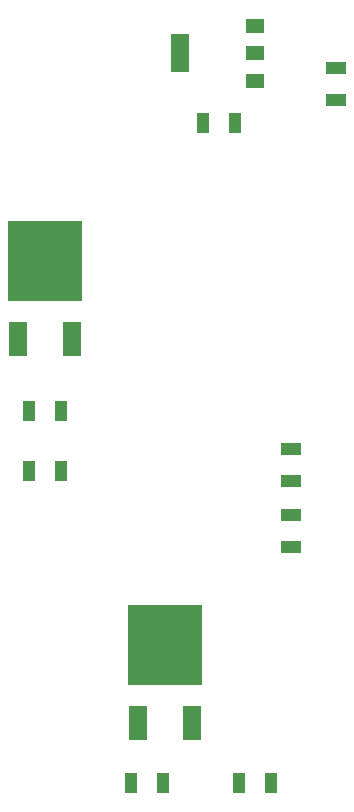
<source format=gtp>
%FSLAX25Y25*%
%MOIN*%
G70*
G01*
G75*
G04 Layer_Color=8421504*
%ADD10R,0.04331X0.06693*%
%ADD11R,0.06693X0.04331*%
%ADD12R,0.06299X0.12992*%
%ADD13R,0.06299X0.04724*%
%ADD14R,0.24606X0.26772*%
%ADD15R,0.05906X0.11811*%
%ADD16C,0.01000*%
%ADD17C,0.01969*%
%ADD18C,0.05906*%
%ADD19R,0.05906X0.05906*%
%ADD20C,0.19685*%
%ADD21C,0.07100*%
%ADD22C,0.07874*%
%ADD23R,0.07874X0.07874*%
%ADD24R,0.07874X0.07874*%
%ADD25R,0.05906X0.05906*%
%ADD26C,0.05512*%
%ADD27C,0.05000*%
%ADD28C,0.01181*%
%ADD29C,0.02000*%
%ADD30C,0.00787*%
%ADD31C,0.00600*%
%ADD32R,0.11024X0.03150*%
%ADD33R,0.03150X0.11024*%
%ADD34R,0.07480X0.03150*%
%ADD35R,0.03150X0.07480*%
D10*
X88685Y14000D02*
D03*
X99315D02*
D03*
X87315Y234000D02*
D03*
X76685D02*
D03*
X18685Y138000D02*
D03*
X29315D02*
D03*
Y118000D02*
D03*
X18685D02*
D03*
X52685Y14000D02*
D03*
X63315D02*
D03*
D11*
X120748Y241669D02*
D03*
Y252299D02*
D03*
X106000Y92685D02*
D03*
Y103315D02*
D03*
Y125315D02*
D03*
Y114685D02*
D03*
D12*
X68803Y257055D02*
D03*
D13*
X94000Y266110D02*
D03*
Y257055D02*
D03*
Y248000D02*
D03*
D14*
X64000Y60000D02*
D03*
X24000Y188000D02*
D03*
D15*
X55000Y34016D02*
D03*
X73000D02*
D03*
X15000Y162016D02*
D03*
X33000D02*
D03*
M02*

</source>
